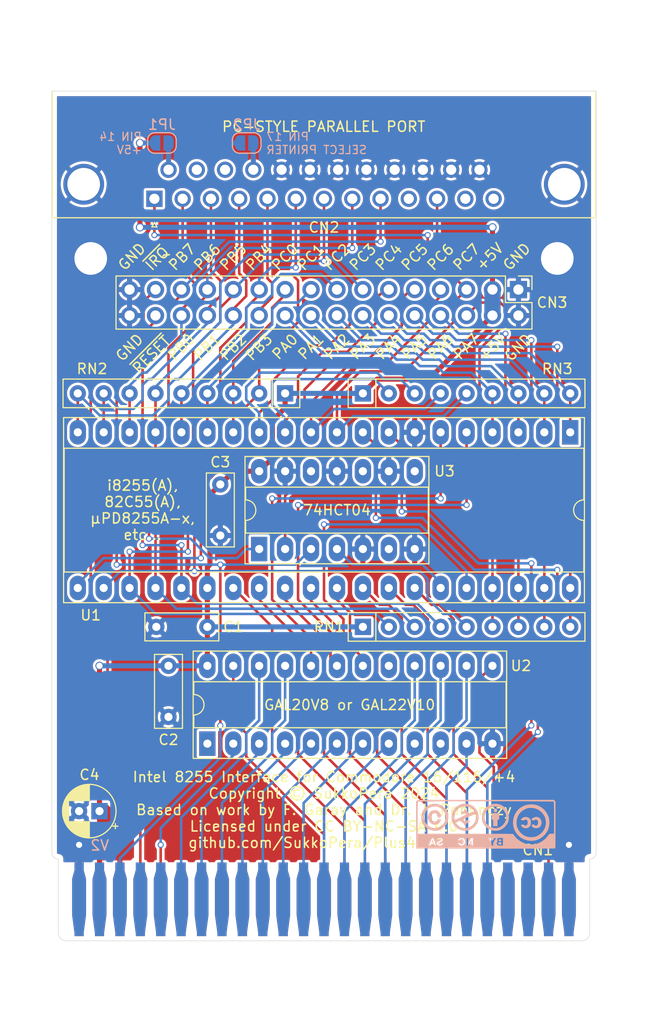
<source format=kicad_pcb>
(kicad_pcb (version 20240108) (generator "pcbnew") (generator_version "8.0")
  (title_block (title "Intel 8255 Interface for the Commodore 16, 116 and Plus/4") (date "2024-08-08") (rev "2git") (company "SukkoPera") (comment 1 "Based on the article published in Rádiótechnika 1988/12 by Ferenc Garay and Dr. János Rohonczy") (comment 2 "http://plus4world.powweb.com/publications/Radiotechnika_1988_december") (comment 3 "Licensed under CC BY-NC-SA 4.0"))
  (layers (0 "F.Cu" signal) (31 "B.Cu" signal) (36 "B.SilkS" user "B.Silkscreen") (37 "F.SilkS" user "F.Silkscreen") (38 "B.Mask" user) (39 "F.Mask" user) (44 "Edge.Cuts" user))
  (net 0 "")
  (net 1 "+5V")
  (net 2 "GND")
  (net 4 "/a0")
  (net 5 "/a4")
  (net 6 "/a11")
  (net 7 "/a12")
  (net 8 "/r_~{w}")
  (net 11 "/a1")
  (net 15 "/a9")
  (net 16 "/d4")
  (net 18 "/a13")
  (net 19 "/a6")
  (net 20 "/d5")
  (net 22 "/d7")
  (net 25 "/a15")
  (net 26 "/~{irq}")
  (net 27 "/d2")
  (net 28 "/a2")
  (net 29 "/d0")
  (net 30 "/a5")
  (net 31 "/a14")
  (net 32 "/a7")
  (net 34 "/a3")
  (net 35 "/d3")
  (net 37 "/~{reset}")
  (net 38 "/a8")
  (net 39 "/d6")
  (net 40 "/d1")
  (net 43 "/a10")
  (net 44 "/phi2")
  (net 46 "/pb4")
  (net 47 "/pa2")
  (net 48 "/pa4")
  (net 49 "/pb1")
  (net 50 "/pb0")
  (net 51 "/pa0")
  (net 52 "/pb5")
  (net 53 "/pa6")
  (net 54 "/pa1")
  (net 55 "/pb2")
  (net 56 "/pb6")
  (net 57 "/pa5")
  (net 58 "/pb7")
  (net 59 "/pa3")
  (net 60 "/pb3")
  (net 61 "/pa7")
  (net 62 "/ba")
  (net 63 "/pc0")
  (net 64 "/pc4")
  (net 65 "/pc6")
  (net 66 "/pc3")
  (net 67 "/pc2")
  (net 68 "/pc7")
  (net 69 "/pc5")
  (net 70 "/pc1")
  (net 71 "/~{rd8255}")
  (net 72 "/~{wr8255}")
  (net 73 "/~{cs8255}")
  (net 74 "/reset")
  (net 76 "/~{strobe}")
  (net 77 "Net-(CN2-P14)")
  (net 80 "Net-(CN2-P17)")
  (footprint "Resistor_THT:R_Array_SIP9" (layer "F.Cu") (at 149.86 105.918)
    (property "Reference" "RN1")
    (property "Value" "10k")
  )
  (footprint "MountingHole:MountingHole_3.2mm_M3_Pad" (layer "F.Cu") (at 168.91 69.85)
    (property "Reference" "H2" (hide yes))
    (property "Value" "SCREW HOLE")
  )
  (footprint "Package_DIP:DIP-40_W15.24mm_Socket_LongPads" (layer "F.Cu") (at 170.18 86.868 -90)
    (property "Reference" "U1")
    (property "Value" "8255")
  )
  (footprint "Connector_Dsub:DSUB-25_Female_Horizontal_P2.77x2.84mm_EdgePinOffset7.70mm_Housed_MountingHolesOffset9.12mm" (layer "F.Cu") (at 129.43 64.008 180)
    (property "Reference" "CN2")
    (property "Value" "PC_PARALLEL")
  )
  (footprint "Resistor_THT:R_Array_SIP9" (layer "F.Cu") (at 149.86 83.058)
    (property "Reference" "RN3")
    (property "Value" "10k")
  )
  (footprint "MountingHole:MountingHole_3.2mm_M3_Pad" (layer "F.Cu") (at 123.19 69.85)
    (property "Reference" "H1" (hide yes))
    (property "Value" "SCREW HOLE")
  )
  (footprint "Resistor_THT:R_Array_SIP9" (layer "F.Cu") (at 142.24 83.058 180)
    (property "Reference" "RN2")
    (property "Value" "10k")
  )
  (footprint "Package_DIP:DIP-14_W7.62mm_Socket_LongPads" (layer "F.Cu") (at 139.7 98.298 90)
    (property "Reference" "U3")
    (property "Value" "74HCT04")
  )
  (footprint "Package_DIP:DIP-24_W7.62mm_Socket_LongPads" (layer "F.Cu") (at 134.62 117.348 90)
    (property "Reference" "U2")
    (property "Value" "GAL20V8")
  )
  (footprint "Capacitor_THT:C_Disc_D7.0mm_W2.5mm_P5.00mm" (layer "F.Cu") (at 134.62 105.918 180)
    (property "Reference" "C1")
    (property "Value" "100n")
  )
  (footprint "Capacitor_THT:C_Disc_D7.0mm_W2.5mm_P5.00mm" (layer "F.Cu") (at 130.81 109.728 -90)
    (property "Reference" "C2")
    (property "Value" "100n")
  )
  (footprint "Plus4i8255:C16_Cart_Conn" (layer "F.Cu") (at 146.053 132.588)
    (property "Reference" "CN1")
    (property "Value" "EXPANSION_PORT" (hide yes))
  )
  (footprint "Connector_PinHeader_2.54mm:PinHeader_2x16_P2.54mm_Vertical" (layer "F.Cu") (at 165.1 72.898 -90)
    (property "Reference" "CN3")
    (property "Value" "PIN_HEADER_32PIN")
  )
  (footprint "Capacitor_THT:CP_Radial_D5.0mm_P2.00mm" (layer "F.Cu") (at 124.05 123.952 180)
    (property "Reference" "C4")
    (property "Value" "47u")
  )
  (footprint "Capacitor_THT:C_Disc_D7.0mm_W2.5mm_P5.00mm" (layer "F.Cu") (at 135.89 91.973 -90)
    (property "Reference" "C3")
    (property "Value" "100n")
  )
  (footprint "Plus4i8255:cc_by_nc_sa" (layer "B.Cu") (at 161.925 125.222 180)
    (property "Reference" "V0" (hide yes))
    (property "Value" "LICENSE" (hide yes))
  )
  (footprint "Jumper:SolderJumper-2_P1.3mm_Open_RoundedPad1.0x1.5mm" (layer "B.Cu") (at 130.165 58.547 180)
    (property "Reference" "JP1")
    (property "Value" "JMP_PARPWR")
  )
  (footprint "Jumper:SolderJumper-2_P1.3mm_Open_RoundedPad1.0x1.5mm" (layer "B.Cu") (at 138.475 58.547)
    (property "Reference" "JP2")
    (property "Value" "JMP_SELPRNT")
  )
  (gr_line (start 172.72 53.467) (end 172.72 128.016) (stroke (width 0.05)) (layer "Edge.Cuts"))
  (gr_arc (start 172.085 135.89) (mid 171.861815 136.428815) (end 171.323 136.652) (stroke (width 0.05)) (layer "Edge.Cuts"))
  (gr_line (start 120.015 135.89) (end 120.015 128.651) (stroke (width 0.05)) (layer "Edge.Cuts"))
  (gr_arc (start 172.72 128.016) (mid 172.534013 128.465013) (end 172.085 128.651) (stroke (width 0.05)) (layer "Edge.Cuts"))
  (gr_arc (start 120.015 128.651) (mid 119.565987 128.465013) (end 119.38 128.016) (stroke (width 0.05)) (layer "Edge.Cuts"))
  (gr_line (start 172.72 53.467) (end 119.38 53.467) (stroke (width 0.05)) (layer "Edge.Cuts"))
  (gr_line (start 172.085 135.89) (end 172.085 128.651) (stroke (width 0.05)) (layer "Edge.Cuts"))
  (gr_line (start 171.323 136.652) (end 120.777 136.652) (stroke (width 0.05)) (layer "Edge.Cuts"))
  (gr_arc (start 120.777 136.652) (mid 120.238185 136.428815) (end 120.015 135.89) (stroke (width 0.05)) (layer "Edge.Cuts"))
  (gr_line (start 119.38 128.016) (end 119.38 53.467) (stroke (width 0.05)) (layer "Edge.Cuts"))
  (gr_text "PIN 14\n+5V" (at 128.27 59.69 0) (layer "B.SilkS") (effects (font (size 0.8 0.8) (thickness 0.12)) (justify left bottom mirror)))
  (gr_text "V2" (at 125.079762 127.889 0) (layer "B.SilkS") (effects (font (size 1 1)) (justify left bottom mirror)))
  (gr_text "PIN 17\nSELECT PRINTER" (at 140.335 59.69 0) (layer "B.SilkS") (effects (font (size 0.8 0.8) (thickness 0.12)) (justify right bottom mirror)))
  (gr_text "PB2" (at 136.453289 80.069656 45) (layer "F.SilkS") (effects (font (size 1 1)) (justify left bottom)))
  (gr_text "PC0" (at 141.533289 71.247 45) (layer "F.SilkS") (effects (font (size 1 1)) (justify left bottom)))
  (gr_text "+5V" (at 161.544 71.247 45) (layer "F.SilkS") (effects (font (size 1 1)) (justify left bottom)))
  (gr_text "GND" (at 164.359617 80.137 45) (layer "F.SilkS") (effects (font (size 1 1)) (justify left bottom)))
  (gr_text "PA0" (at 141.583797 79.968641 45) (layer "F.SilkS") (effects (font (size 1 1)) (justify left bottom)))
  (gr_text "PA6" (at 156.823797 79.968641 45) (layer "F.SilkS") (effects (font (size 1 1)) (justify left bottom)))
  (gr_text "PC1" (at 144.073289 71.247 45) (layer "F.SilkS") (effects (font (size 1 1)) (justify left bottom)))
  (gr_text "PC7" (at 159.313289 71.247 45) (layer "F.SilkS") (effects (font (size 1 1)) (justify left bottom)))
  (gr_text "PC4" (at 151.693289 71.247 45) (layer "F.SilkS") (effects (font (size 1 1)) (justify left bottom)))
  (gr_text "PA1" (at 144.123797 79.968641 45) (layer "F.SilkS") (effects (font (size 1 1)) (justify left bottom)))
  (gr_text "PA7" (at 159.363797 79.968641 45) (layer "F.SilkS") (effects (font (size 1 1)) (justify left bottom)))
  (gr_text "PC-STYLE PARALLEL PORT" (at 135.972618 57.53175 0) (layer "F.SilkS") (effects (font (size 1 1)) (justify left bottom)))
  (gr_text "PA2" (at 146.663797 79.968641 45) (layer "F.SilkS") (effects (font (size 1 1)) (justify left bottom)))
  (gr_text "GAL20V8 or GAL22V10" (at 140.084047 114.13975 0) (layer "F.SilkS") (effects (font (size 1 1)) (justify left bottom)))
  (gr_text "PB5" (at 136.453289 71.247 45) (layer "F.SilkS") (effects (font (size 1 1)) (justify left bottom)))
  (gr_text "PB3" (at 138.993289 80.069656 45) (layer "F.SilkS") (effects (font (size 1 1)) (justify left bottom)))
  (gr_text "GND" (at 164.211 71.247 45) (layer "F.SilkS") (effects (font (size 1 1)) (justify left bottom)))
  (gr_text "PB7" (at 131.445 71.247 45) (layer "F.SilkS") (effects (font (size 1 1)) (justify left bottom)))
  (gr_text "GND" (at 126.492 71.247 45) (layer "F.SilkS") (effects (font (size 1 1)) (justify left bottom)))
  (gr_text "~{IRQ}" (at 129.159 71.247 45) (layer "F.SilkS") (effects (font (size 1 1)) (justify left bottom)))
  (gr_text "~{RESET}" (at 127.889 81.351708 45) (layer "F.SilkS") (effects (font (size 1 1)) (justify left bottom)))
  (gr_text "PB1" (at 133.913289 80.069656 45) (layer "F.SilkS") (effects (font (size 1 1)) (justify left bottom)))
  (gr_text "PB4" (at 138.993289 71.247 45) (layer "F.SilkS") (effects (font (size 1 1)) (justify left bottom)))
  (gr_text "+5V" (at 161.819617 80.137 45) (layer "F.SilkS") (effects (font (size 1 1)) (justify left bottom)))
  (gr_text "PA5" (at 154.283797 79.968641 45) (layer "F.SilkS") (effects (font (size 1 1)) (justify left bottom)))
  (gr_text "PB6" (at 133.913289 71.247 45) (layer "F.SilkS") (effects (font (size 1 1)) (justify left bottom)))
  (gr_text "PA3" (at 149.203797 79.968641 45) (layer "F.SilkS") (effects (font (size 1 1)) (justify left bottom)))
  (gr_text "PB0" (at 131.373289 80.069656 45) (layer "F.SilkS") (effects (font (size 1 1)) (justify left bottom)))
  (gr_text "GND" (at 126.259617 80.137 45) (layer "F.SilkS") (effects (font (size 1 1)) (justify left bottom)))
  (gr_text "PC6" (at 156.773289 71.247 45) (layer "F.SilkS") (effects (font (size 1 1)) (justify left bottom)))
  (gr_text "i8255(A),\n82C55(A),\nμPD8255A-x,\netc..." (at 128.27 97.489666 0) (layer "F.SilkS") (effects (font (size 1 1)) (justify bottom)))
  (gr_text "PC5" (at 154.233289 71.247 45) (layer "F.SilkS") (effects (font (size 1 1)) (justify left bottom)))
  (gr_text "PA4" (at 151.743797 79.968641 45) (layer "F.SilkS") (effects (font (size 1 1)) (justify left bottom)))
  (gr_text "PC2" (at 146.613289 71.247 45) (layer "F.SilkS") (effects (font (size 1 1)) (justify left bottom)))
  (gr_text "Intel 8255 Interface for Commodore 16/116/+4\nCopyright © SukkoPera 2024\nBased on work by F. Garay and Dr. J. Rohonczy\nLicensed under CC BY-NC-SA 4.0\ngithub.com/SukkoPera/Plus4i8255" (at 146.05 127.635 0) (layer "F.SilkS") (effects (font (size 1 1)) (justify bottom)))
  (gr_text "PC3" (at 149.153289 71.247 45) (layer "F.SilkS") (effects (font (size 1 1)) (justify left bottom)))
  (segment (start 134.62 102.108) (end 134.62 100.076) (width 0.5) (layer "F.Cu") (net 1))
  (segment (start 140.99 85.725) (end 140.99 89.388) (width 0.5) (layer "F.Cu") (net 1))
  (segment (start 137.185 90.678) (end 135.89 91.973) (width 0.5) (layer "F.Cu") (net 1))
  (segment (start 139.7 90.678) (end 137.185 90.678) (width 0.5) (layer "F.Cu") (net 1))
  (segment (start 151.257 81.661) (end 156.337 81.661) (width 0.5) (layer "F.Cu") (net 1))
  (segment (start 126.053 132.588) (end 126.053 125.955) (width 0.5) (layer "F.Cu") (net 1))
  (segment (start 142.24 84.475) (end 140.99 85.725) (width 0.5) (layer "F.Cu") (net 1))
  (segment (start 128.016 58.547) (end 128.016 66.802) (width 0.5) (layer "F.Cu") (net 1))
  (segment (start 124.053 132.588) (end 124.053 123.955) (width 0.5) (layer "F.Cu") (net 1))
  (segment (start 156.337 81.661) (end 162.56 75.438) (width 0.5) (layer "F.Cu") (net 1))
  (segment (start 142.24 83.058) (end 142.24 84.475) (width 0.5) (layer "F.Cu") (net 1))
  (segment (start 134.62 105.918) (end 134.62 102.108) (width 0.5) (layer "F.Cu") (net 1))
  (segment (start 149.86 83.058) (end 151.257 81.661) (width 0.5) (layer "F.Cu") (net 1))
  (segment (start 124.05 123.952) (end 124.05 109.728) (width 0.5) (layer "F.Cu") (net 1))
  (segment (start 134.62 100.076) (end 134.874 99.822) (width 0.5) (layer "F.Cu") (net 1))
  (segment (start 134.62 105.918) (end 134.62 109.728) (width 0.5) (layer "F.Cu") (net 1))
  (segment (start 134.62 93.243) (end 135.89 91.973) (width 0.5) (layer "F.Cu") (net 1))
  (segment (start 162.56 66.802) (end 162.56 72.898) (width 0.5) (layer "F.Cu") (net 1))
  (segment (start 140.99 89.388) (end 139.7 90.678) (width 0.5) (layer "F.Cu") (net 1))
  (segment (start 126.053 125.955) (end 124.05 123.952) (width 0.5) (layer "F.Cu") (net 1))
  (segment (start 134.874 98.1964) (end 134.62 97.9424) (width 0.5) (layer "F.Cu") (net 1))
  (segment (start 134.874 99.822) (end 134.874 98.1964) (width 0.5) (layer "F.Cu") (net 1))
  (segment (start 134.62 97.9424) (end 134.62 93.243) (width 0.5) (layer "F.Cu") (net 1))
  (via (at 124.05 109.728) (size 0.8) (drill 0.6) (layers "F.Cu" "B.Cu") (net 1))
  (via (at 162.56 66.802) (size 0.8) (drill 0.6) (layers "F.Cu" "B.Cu") (net 1))
  (via (at 128.016 66.802) (size 0.8) (drill 0.6) (layers "F.Cu" "B.Cu") (net 1))
  (via (at 128.016 58.547) (size 0.8) (drill 0.6) (layers "F.Cu" "B.Cu") (net 1))
  (segment (start 149.86 83.058) (end 142.24 83.058) (width 0.5) (layer "B.Cu") (net 1))
  (segment (start 134.62 105.918) (end 149.86 105.918) (width 0.5) (layer "B.Cu") (net 1))
  (segment (start 129.515 58.547) (end 128.016 58.547) (width 0.5) (layer "B.Cu") (net 1))
  (segment (start 131.191 109.728) (end 123.952 109.728) (width 0.5) (layer "B.Cu") (net 1))
  (segment (start 162.56 75.438) (end 162.56 72.898) (width 1.6) (layer "B.Cu") (net 1))
  (segment (start 128.016 66.802) (end 162.56 66.802) (width 0.5) (layer "B.Cu") (net 1))
  (segment (start 130.81 109.728) (end 134.62 109.728) (width 0.5) (layer "B.Cu") (net 1))
  (segment (start 170.053 132.588) (end 170.053 127.257) (width 0.5) (layer "F.Cu") (net 2))
  (segment (start 122.053 132.588) (end 122.053 127.257) (width 0.5) (layer "F.Cu") (net 2))
  (via (at 122.05 127.254) (size 0.8) (drill 0.6) (layers "F.Cu" "B.Cu") (net 2))
  (via (at 170.05 127.254) (size 0.8) (drill 0.6) (layers "F.Cu" "B.Cu") (net 2))
  (segment (start 137.825 58.547) (end 136.398 58.547) (width 0.5) (layer "B.Cu") (net 2))
  (segment (start 170.053 132.588) (end 170.053 127.257) (width 0.5) (layer "B.Cu") (net 2))
  (segment (start 122.053 132.588) (end 122.053 127.257) (width 0.5) (layer "B.Cu") (net 2))
  (segment (start 122.053 127.26) (end 122.047 127.254) (width 0.5) (layer "B.Cu") (net 2))
  (segment (start 167.005 116.205) (end 167.005 108.458) (width 0.25) (layer "F.Cu") (net 4))
  (segment (start 149.86 86.868) (end 151.129998 88.137998) (width 0.25) (layer "F.Cu") (net 4))
  (segment (start 168.91 106.553) (end 168.91 100.33) (width 0.25) (layer "F.Cu") (net 4))
  (segment (start 167.005 108.458) (end 168.91 106.553) (width 0.25) (layer "F.Cu") (net 4))
  (segment (start 151.129998 88.137998) (end 151.129998 95.25) (width 0.25) (layer "F.Cu") (net 4))
  (via (at 151.129998 95.25) (size 0.6) (drill 0.4) (layers "F.Cu" "B.Cu") (net 4))
  (via (at 168.91 100.33) (size 0.6) (drill 0.4) (layers "F.Cu" "B.Cu") (net 4))
  (via (at 167.005 116.205) (size 0.6) (drill 0.4) (layers "F.Cu" "B.Cu") (net 4))
  (segment (start 167.005 116.205) (end 162.053 121.157) (width 0.25) (layer "B.Cu") (net 4))
  (segment (start 168.91 100.33) (end 160.782 100.33) (width 0.25) (layer "B.Cu") (net 4))
  (segment (start 160.782 100.33) (end 155.702 95.25) (width 0.25) (layer "B.Cu") (net 4))
  (segment (start 155.702 95.25) (end 151.129998 95.25) (width 0.25) (layer "B.Cu") (net 4))
  (segment (start 162.053 121.157) (end 162.053 132.588) (width 0.25) (layer "B.Cu") (net 4))
  (segment (start 154.053 121.791) (end 157.48 118.364) (width 0.25) (layer "B.Cu") (net 5))
  (segment (start 154.053 132.588) (end 154.053 121.791) (width 0.25) (layer "B.Cu") (net 5))
  (segment (start 140.053 122.075) (end 144.78 117.348) (width 0.25) (layer "B.Cu") (net 6))
  (segment (start 140.053 132.588) (end 140.053 122.075) (width 0.25) (layer "B.Cu") (net 6))
  (segment (start 138.053 132.588) (end 138.053 122.424) (width 0.25) (layer "B.Cu") (net 7))
  (segment (start 138.053 122.424) (end 142.24 118.237) (width 0.25) (layer "B.Cu") (net 7))
  (segment (start 130.048 132.588) (end 130.048 127.259) (width 0.25) (layer "F.Cu") (net 8))
  (via (at 130.048 127.254) (size 0.6) (drill 0.4) (layers "F.Cu" "B.Cu") (net 8))
  (segment (start 130.048 125.603) (end 137.16 118.491) (width 0.25) (layer "B.Cu") (net 8))
  (segment (start 137.16 118.491) (end 137.16 117.458) (width 0.25) (layer "B.Cu") (net 8))
  (segment (start 130.048 127.254) (end 130.048 125.603) (width 0.25) (layer "B.Cu") (net 8))
  (segment (start 153.669996 88.137996) (end 153.669996 93.091) (width 0.25) (layer "F.Cu") (net 11))
  (segment (start 152.4 86.868) (end 153.669996 88.137996) (width 0.25) (layer "F.Cu") (net 11))
  (segment (start 153.67 93.091004) (end 153.669996 93.091) (width 0.25) (layer "F.Cu") (net 11))
  (segment (start 153.669996 93.091) (end 153.669996 93.345) (width 0.25) (layer "F.Cu") (net 11))
  (segment (start 153.67 94.615) (end 153.67 93.091004) (width 0.25) (layer "F.Cu") (net 11))
  (segment (start 166.37 99.695) (end 166.37 115.569996) (width 0.25) (layer "F.Cu") (net 11))
  (segment (start 166.37 115.569996) (end 166.369996 115.57) (width 0.25) (layer "F.Cu") (net 11))
  (via (at 166.37 99.695) (size 0.6) (drill 0.4) (layers "F.Cu" "B.Cu") (net 11))
  (via (at 153.67 94.615) (size 0.6) (drill 0.4) (layers "F.Cu" "B.Cu") (net 11))
  (via (at 166.369996 115.57) (size 0.6) (drill 0.4) (layers "F.Cu" "B.Cu") (net 11))
  (segment (start 156.083 94.615) (end 153.67 94.615) (width 0.25) (layer "B.Cu") (net 11))
  (segment (start 160.053 132.588) (end 160.053 121.886996) (width 0.25) (layer "B.Cu") (net 11))
  (segment (start 166.37 99.695) (end 161.163 99.695) (width 0.25) (layer "B.Cu") (net 11))
  (segment (start 156.972 95.504) (end 156.083 94.615) (width 0.25) (layer "B.Cu") (net 11))
  (segment (start 161.163 99.695) (end 156.972 95.504) (width 0.25) (layer "B.Cu") (net 11))
  (segment (start 160.053 121.886996) (end 166.369996 115.57) (width 0.25) (layer "B.Cu") (net 11))
  (segment (start 144.053 123.155) (end 149.86 117.348) (width 0.25) (layer "B.Cu") (net 15))
  (segment (start 144.053 132.588) (end 144.053 123.155) (width 0.25) (layer "B.Cu") (net 15))
  (segment (start 154.053 123.827) (end 154.053 132.588) (width 0.25) (layer "F.Cu") (net 16))
  (segment (start 147.32 105.918) (end 147.32 107.315) (width 0.25) (layer "F.Cu") (net 16))
  (segment (start 144.78 103.378) (end 147.32 105.918) (width 0.25) (layer "F.Cu") (net 16))
  (segment (start 148.59 118.364) (end 154.053 123.827) (width 0.25) (layer "F.Cu") (net 16))
  (segment (start 148.59 108.585) (end 148.59 118.364) (width 0.25) (layer "F.Cu") (net 16))
  (segment (start 144.78 102.997) (end 144.78 103.378) (width 0.25) (layer "F.Cu") (net 16))
  (segment (start 147.32 107.315) (end 148.59 108.585) (width 0.25) (layer "F.Cu") (net 16))
  (segment (start 136.053 123.154) (end 140.97 118.237) (width 0.25) (layer "B.Cu") (net 18))
  (segment (start 142.24 115.062) (end 140.97 116.332) (width 0.25) (layer "B.Cu") (net 18))
  (segment (start 142.24 109.728) (end 142.24 115.062) (width 0.25) (layer "B.Cu") (net 18))
  (segment (start 140.97 118.237) (end 140.97 116.332) (width 0.25) (layer "B.Cu") (net 18))
  (segment (start 136.053 132.588) (end 136.053 123.154) (width 0.25) (layer "B.Cu") (net 18))
  (segment (start 150.053 132.588) (end 150.053 123.251) (width 0.25) (layer "B.Cu") (net 19))
  (segment (start 150.053 123.251) (end 154.94 118.364) (width 0.25) (layer "B.Cu") (net 19))
  (segment (start 152.053 132.588) (end 152.053 124.367) (width 0.25) (layer "F.Cu") (net 20))
  (segment (start 152.053 124.367) (end 146.05 118.364) (width 0.25) (layer "F.Cu") (net 20))
  (segment (start 146.05 118.364) (end 146.05 107.061) (width 0.25) (layer "F.Cu") (net 20))
  (segment (start 142.24 103.251) (end 142.24 102.108) (width 0.25) (layer "F.Cu") (net 20))
  (segment (start 146.05 107.061) (end 142.24 103.251) (width 0.25) (layer "F.Cu") (net 20))
  (segment (start 148.053 125.447) (end 140.97 118.364) (width 0.25) (layer "F.Cu") (net 22))
  (segment (start 140.97 118.364) (end 140.97 105.918) (width 0.25) (layer "F.Cu") (net 22))
  (segment (start 148.053 132.588) (end 148.053 125.447) (width 0.25) (layer "F.Cu") (net 22))
  (segment (start 140.97 105.918) (end 137.16 102.108) (width 0.25) (layer "F.Cu") (net 22))
  (segment (start 132.053 132.588) (end 132.053 124.58225) (width 0.25) (layer "B.Cu") (net 25))
  (segment (start 132.053 124.58225) (end 138.43 118.20525) (width 0.25) (layer "B.Cu") (net 25))
  (segment (start 138.43 118.20525) (end 138.43 116.332) (width 0.25) (layer "B.Cu") (net 25))
  (segment (start 139.7 115.062) (end 138.43 116.332) (width 0.25) (layer "B.Cu") (net 25))
  (segment (start 139.7 109.728) (end 139.7 115.062) (width 0.25) (layer "B.Cu") (net 25))
  (segment (start 123.19 103.251) (end 123.19 81.153) (width 0.25) (layer "F.Cu") (net 26))
  (segment (start 124.841 104.902) (end 123.19 103.251) (width 0.25) (layer "F.Cu") (net 26))
  (segment (start 128.365 74.073) (end 129.54 72.898) (width 0.25) (layer "F.Cu") (net 26))
  (segment (start 124.841 122.428) (end 124.841 104.902) (width 0.25) (layer "F.Cu") (net 26))
  (segment (start 123.19 81.153) (end 128.365 75.978) (width 0.25) (layer "F.Cu") (net 26))
  (segment (start 128.053 125.64) (end 124.841 122.428) (width 0.25) (layer "F.Cu") (net 26))
  (segment (start 128.053 132.588) (end 128.053 125.64) (width 0.25) (layer "F.Cu") (net 26))
  (segment (start 128.365 75.978) (end 128.365 74.073) (width 0.25) (layer "F.Cu") (net 26))
  (segment (start 153.67 105.029) (end 152.4 103.759) (width 0.25) (layer "F.Cu") (net 27))
  (segment (start 158.053 122.747) (end 153.67 118.364) (width 0.25) (layer "F.Cu") (net 27))
  (segment (start 151.511 103.759) (end 149.86 102.108) (width 0.25) (layer "F.Cu") (net 27))
  (segment (start 151.511 103.759) (end 152.4 103.759) (width 0.25) (layer "F.Cu") (net 27))
  (segment (start 153.67 118.364) (end 153.67 105.029) (width 0.25) (layer "F.Cu") (net 27))
  (segment (start 158.053 132.588) (end 158.053 122.747) (width 0.25) (layer "F.Cu") (net 27))
  (segment (start 158.053 132.588) (end 158.053 121.474) (width 0.25) (layer "B.Cu") (net 28))
  (segment (start 158.053 121.474) (end 160.02 119.507) (width 0.25) (layer "B.Cu") (net 28))
  (segment (start 160.02 119.507) (end 160.02 117.348) (width 0.25) (layer "B.Cu") (net 28))
  (segment (start 158.75 105.156) (end 157.353 103.759) (width 0.25) (layer "F.Cu") (net 29))
  (segment (start 157.353 103.759) (end 156.591 103.759) (width 0.25) (layer "F.Cu") (net 29))
  (segment (start 158.75 118.364) (end 158.75 105.156) (width 0.25) (layer "F.Cu") (net 29))
  (segment (start 156.591 103.759) (end 154.94 102.108) (width 0.25) (layer "F.Cu") (net 29))
  (segment (start 162.053 121.667) (end 158.75 118.364) (width 0.25) (layer "F.Cu") (net 29))
  (segment (start 162.053 132.588) (end 162.053 121.667) (width 0.25) (layer "F.Cu") (net 29))
  (segment (start 152.053 122.521) (end 152.053 132.588) (width 0.25) (layer "B.Cu") (net 30))
  (segment (start 156.21 118.364) (end 152.053 122.521) (width 0.25) (layer "B.Cu") (net 30))
  (segment (start 157.48 115.062) (end 156.21 116.332) (width 0.25) (layer "B.Cu") (net 30))
  (segment (start 157.48 109.728) (end 157.48 115.062) (width 0.25) (layer "B.Cu") (net 30))
  (segment (start 156.21 116.332) (end 156.21 118.364) (width 0.25) (layer "B.Cu") (net 30))
  (segment (start 134.053 132.588) (end 134.053 123.884) (width 0.25) (layer "B.Cu") (net 31))
  (segment (start 134.053 123.884) (end 139.7 118.237) (width 0.25) (layer "B.Cu") (net 31))
  (segment (start 154.94 115.062) (end 154.94 109.728) (width 0.25) (layer "B.Cu") (net 32))
  (segment (start 153.67 116.332) (end 154.94 115.062) (width 0.25) (layer "B.Cu") (net 32))
  (segment (start 153.67 118.364) (end 153.67 116.332) (width 0.25) (layer "B.Cu") (net 32))
  (segment (start 148.053 123.981) (end 153.67 118.364) (width 0.25) (layer "B.Cu") (net 32))
  (segment (start 148.053 132.588) (end 148.053 123.981) (width 0.25) (layer "B.Cu") (net 32))
  (segment (start 156.053 121.040495) (end 158.75 118.343495) (width 0.25) (layer "B.Cu") (net 34))
  (segment (start 158.75 118.343495) (end 158.75 116.332) (width 0.25) (layer "B.Cu") (net 34))
  (segment (start 156.053 132.588) (end 156.053 121.040495) (width 0.25) (layer "B.Cu") (net 34))
  (segment (start 160.02 115.062) (end 158.75 116.332) (width 0.25) (layer "B.Cu") (net 34))
  (segment (start 160.02 109.728) (end 160.02 115.062) (width 0.25) (layer "B.Cu") (net 34))
  (segment (start 151.257 108.839) (end 151.257 118.491) (width 0.25) (layer "F.Cu") (net 35))
  (segment (start 151.257 118.491) (end 156.053 123.287) (width 0.25) (layer "F.Cu") (net 35))
  (segment (start 148.59 106.8525) (end 149.4335 107.696) (width 0.25) (layer "F.Cu") (net 35))
  (segment (start 156.053 123.287) (end 156.053 132.588) (width 0.25) (layer "F.Cu") (net 35))
  (segment (start 147.32 102.108) (end 147.32 103.251) (width 0.25) (layer "F.Cu") (net 35))
  (segment (start 149.4335 107.696) (end 150.114 107.696) (width 0.25) (layer "F.Cu") (net 35))
  (segment (start 147.32 103.251) (end 148.59 104.521) (width 0.25) (layer "F.Cu") (net 35))
  (segment (start 148.59 104.521) (end 148.59 106.8525) (width 0.25) (layer "F.Cu") (net 35))
  (segment (start 150.114 107.696) (end 151.257 108.839) (width 0.25) (layer "F.Cu") (net 35))
  (segment (start 125.73 99.822) (end 125.73 79.756) (width 0.25) (layer "F.Cu") (net 37))
  (segment (start 125.73 79.756) (end 129.54 75.946) (width 0.25) (layer "F.Cu") (net 37))
  (segment (start 135.891 115.569) (end 135.89 115.57) (width 0.25) (layer "F.Cu") (net 37))
  (segment (start 135.891 99.823) (end 135.891 115.569) (width 0.25) (layer "F.Cu") (net 37))
  (via (at 135.891 99.823) (size 0.6) (drill 0.4) (layers "F.Cu" "B.Cu") (net 37))
  (via (at 125.73 99.822) (size 0.6) (drill 0.4) (layers "F.Cu" "B.Cu") (net 37))
  (via (at 135.89 115.57) (size 0.6) (drill 0.4) (layers "F.Cu" "B.Cu") (net 37))
  (segment (start 135.89 99.822) (end 135.891 99.823) (width 0.25) (layer "B.Cu") (net 37))
  (segment (start 136.144 99.823) (end 135.891 99.823) (width 0.25) (layer "B.Cu") (net 37))
  (segment (start 135.89 118.728) (end 135.89 115.57) (width 0.25) (layer "B.Cu") (net 37))
  (segment (start 125.73 99.822) (end 135.89 99.822) (width 0.25) (layer "B.Cu") (net 37))
  (segment (start 143.255 99.823) (end 136.144 99.823) (width 0.25) (layer "B.Cu") (net 37))
  (segment (start 144.78 98.298) (end 143.255 99.823) (width 0.25) (layer "B.Cu") (net 37))
  (segment (start 126.053 128.565) (end 135.89 118.728) (width 0.25) (layer "B.Cu") (net 37))
  (segment (start 126.053 132.588) (end 126.053 128.565) (width 0.25) (layer "B.Cu") (net 37))
  (segment (start 152.4 117.348) (end 146.053 123.695) (width 0.25) (layer "B.Cu") (net 38))
  (segment (start 146.053 123.695) (end 146.053 132.588) (width 0.25) (layer "B.Cu") (net 38))
  (segment (start 143.51 118.364) (end 143.51 107.061) (width 0.25) (layer "F.Cu") (net 39))
  (segment (start 139.7 103.251) (end 139.7 102.108) (width 0.25) (layer "F.Cu") (net 39))
  (segment (start 150.053 124.907) (end 143.51 118.364) (width 0.25) (layer "F.Cu") (net 39))
  (segment (start 150.053 132.588) (end 150.053 124.907) (width 0.25) (layer "F.Cu") (net 39))
  (segment (start 143.51 107.061) (end 139.7 103.251) (width 0.25) (layer "F.Cu") (net 39))
  (segment (start 154.051 103.759) (end 152.4 102.108) (width 0.25) (layer "F.Cu") (net 40))
  (segment (start 156.21 118.364) (end 156.21 105.156) (width 0.25) (layer "F.Cu") (net 40))
  (segment (start 160.053 132.588) (end 160.053 122.207) (width 0.25) (layer "F.Cu") (net 40))
  (segment (start 156.21 105.156) (end 154.813 103.759) (width 0.25) (layer "F.Cu") (net 40))
  (segment (start 160.053 122.207) (end 156.21 118.364) (width 0.25) (layer "F.Cu") (net 40))
  (segment (start 154.813 103.759) (end 154.051 103.759) (width 0.25) (layer "F.Cu") (net 40))
  (segment (start 142.053 132.588) (end 142.053 122.615) (width 0.25) (layer "B.Cu") (net 43))
  (segment (start 142.053 122.615) (end 147.32 117.348) (width 0.25) (layer "B.Cu") (net 43))
  (segment (start 168.053 132.588) (end 168.053 128.524) (width 0.25) (layer "F.Cu") (net 44))
  (segment (start 168.053 128.524) (end 167.545 128.016) (width 0.25) (layer "F.Cu") (net 44))
  (segment (start 161.29 110.998) (end 162.56 109.728) (width 0.25) (layer "F.Cu") (net 44))
  (segment (start 167.545 128.016) (end 163.703 128.016) (width 0.25) (layer "F.Cu") (net 44))
  (segment (start 161.29 118.237) (end 161.29 110.998) (width 0.25) (layer "F.Cu") (net 44))
  (segment (start 162.687 127) (end 162.687 119.634) (width 0.25) (layer "F.Cu") (net 44))
  (segment (start 163.703 128.016) (end 162.687 127) (width 0.25) (layer "F.Cu") (net 44))
  (segment (start 162.687 119.634) (end 161.29 118.237) (width 0.25) (layer "F.Cu") (net 44))
  (segment (start 135.89 87.884) (end 135.89 78.613) (width 0.25) (layer "F.Cu") (net 46))
  (segment (start 138.43 76.073) (end 138.43 74.676) (width 0.25) (layer "F.Cu") (net 46))
  (segment (start 133.35 100.457) (end 133.35 90.424) (width 0.25) (layer "F.Cu") (net 46))
  (segment (start 143.28 70.739) (end 143.28 64.008) (width 0.25) (layer "F.Cu") (net 46))
  (segment (start 138.43 74.676) (end 139.7 73.406) (width 0.25) (layer "F.Cu") (net 46))
  (segment (start 133.35 90.424) (end 135.89 87.884) (width 0.25) (layer "F.Cu") (net 46))
  (segment (start 135.89 78.613) (end 138.43 76.073) (width 0.25) (layer "F.Cu") (net 46))
  (via (at 133.35 100.457) (size 0.6) (drill 0.4) (layers "F.Cu" "B.Cu") (net 46))
  (via (at 143.28 70.739) (size 0.6) (drill 0.4) (layers "F.Cu" "B.Cu") (net 46))
  (segment (start 139.7 72.898) (end 139.7 71.882) (width 0.25) (layer "B.Cu") (net 46))
  (segment (start 139.7 71.882) (end 140.843 70.739) (width 0.25) (layer "B.Cu") (net 46))
  (segment (start 158.75 104.648) (end 160.02 105.918) (width 0.25) (layer "B.Cu") (net 46))
  (segment (start 156.21 101.219) (end 156.21 103.124) (width 0.25) (layer "B.Cu") (net 46))
  (segment (start 126.111 100.457) (end 124.46 102.108) (width 0.25) (layer "B.Cu") (net 46))
  (segment (start 155.448 100.457) (end 156.21 101.219) (width 0.25) (layer "B.Cu") (net 46))
  (segment (start 133.35 100.457) (end 126.111 100.457) (width 0.25) (layer "B.Cu") (net 46))
  (segment (start 156.21 103.124) (end 157.734 104.648) (width 0.25) (layer "B.Cu") (net 46))
  (segment (start 157.734 104.648) (end 158.75 104.648) (width 0.25) (layer "B.Cu") (net 46))
  (segment (start 140.843 70.739) (end 143.28 70.739) (width 0.25) (layer "B.Cu") (net 46))
  (segment (start 133.35 100.457) (end 155.448 100.457) (width 0.25) (layer "B.Cu") (net 46))
  (segment (start 167.64 86.868) (end 167.64 83.058) (width 0.25) (layer "F.Cu") (net 47))
  (segment (start 157.607 79.121) (end 155.956 79.121) (width 0.25) (layer "B.Cu") (net 47))
  (segment (start 155.956 79.121) (end 155.321 78.486) (width 0.25) (layer "B.Cu") (net 47))
  (segment (start 167.64 83.058) (end 164.338 79.756) (width 0.25) (layer "B.Cu") (net 47))
  (segment (start 153.67 78.486) (end 153.035 77.851) (width 0.25) (layer "B.Cu") (net 47))
  (segment (start 158.242 79.756) (end 157.607 79.121) (width 0.25) (layer "B.Cu") (net 47))
  (segment (start 155.321 78.486) (end 153.67 78.486) (width 0.25) (layer "B.Cu") (net 47))
  (segment (start 149.733 77.851) (end 147.32 75.438) (width 0.25) (layer "B.Cu") (net 47))
  (segment (start 153.035 77.851) (end 149.733 77.851) (width 0.25) (layer "B.Cu") (net 47))
  (segment (start 164.338 79.756) (end 158.242 79.756) (width 0.25) (layer "B.Cu") (net 47))
  (segment (start 170.18 89.662) (end 168.91 88.392) (width 0.25) (layer "F.Cu") (net 48))
  (segment (start 168.91 88.392) (end 168.91 78.486) (width 0.25) (layer "F.Cu") (net 48))
  (segment (start 170.18 102.108) (end 170.18 89.662) (width 0.25) (layer "F.Cu") (net 48))
  (segment (start 170.18 102.108) (end 170.18 105.918) (width 0.25) (layer "F.Cu") (net 48))
  (via (at 168.91 78.486) (size 0.6) (drill 0.4) (layers "F.Cu" "B.Cu") (net 48))
  (segment (start 156.464 77.851) (end 158.115 77.851) (width 0.25) (layer "B.Cu") (net 48))
  (segment (start 158.75 78.486) (end 168.91 78.486) (width 0.25) (layer "B.Cu") (net 48))
  (segment (start 158.115 77.851) (end 158.75 78.486) (width 0.25) (layer "B.Cu") (net 48))
  (segment (start 155.829 77.216) (end 156.464 77.851) (width 0.25) (layer "B.Cu") (net 48))
  (segment (start 154.178 77.216) (end 155.829 77.216) (width 0.25) (layer "B.Cu") (net 48))
  (segment (start 152.4 75.438) (end 154.178 77.216) (width 0.25) (layer "B.Cu") (net 48))
  (segment (start 134.97 64.008) (end 134.97 71.089) (width 0.25) (layer "F.Cu") (net 49))
  (segment (start 124.46 86.868) (end 124.46 83.058) (width 0.25) (layer "F.Cu") (net 49))
  (segment (start 134.97 71.089) (end 135.89 72.009) (width 0.25) (layer "F.Cu") (net 49))
  (segment (start 135.89 73.533) (end 134.62 74.803) (width 0.25) (layer "F.Cu") (net 49))
  (segment (start 135.89 72.009) (end 135.89 73.533) (width 0.25) (layer "F.Cu") (net 49))
  (segment (start 129.159 81.661) (end 134.62 76.2) (width 0.25) (layer "B.Cu") (net 49))
  (segment (start 128.8415 81.661) (end 129.159 81.661) (width 0.25) (layer "B.Cu") (net 49))
  (segment (start 128.27 83.693) (end 128.27 82.2325) (width 0.25) (layer "B.Cu") (net 49))
  (segment (start 125.984 84.582) (end 127.381 84.582) (width 0.25) (layer "B.Cu") (net 49))
  (segment (start 124.46 83.058) (end 125.984 84.582) (width 0.25) (layer "B.Cu") (net 49))
  (segment (start 134.62 76.2) (end 134.62 75.438) (width 0.25) (layer "B.Cu") (net 49))
  (segment (start 128.27 82.2325) (end 128.8415 81.661) (width 0.25) (layer "B.Cu") (net 49))
  (segment (start 127.381 84.582) (end 128.27 83.693) (width 0.25) (layer "B.Cu") (net 49))
  (segment (start 133.35 73.60185) (end 132.08 74.87185) (width 0.25) (layer "F.Cu") (net 50))
  (segment (start 133.35 72.257649) (end 133.35 73.60185) (width 0.25) (layer "F.Cu") (net 50))
  (segment (start 132.2 64.008) (end 132.2 71.107649) (width 0.25) (layer "F.Cu") (net 50))
  (segment (start 132.2 71.107649) (end 133.35 72.257649) (width 0.25) (layer "F.Cu") (net 50))
  (segment (start 127 86.868) (end 127 83.058) (width 0.25) (layer "F.Cu") (net 50))
  (segment (start 128.27 81.026) (end 127 82.296) (width 0.25) (layer "B.Cu") (net 50))
  (segment (start 132.08 77.597) (end 128.651 81.026) (width 0.25) (layer "B.Cu") (net 50))
  (segment (start 132.08 75.438) (end 132.08 77.597) (width 0.25) (layer "B.Cu") (net 50))
  (segment (start 128.651 81.026) (end 128.27 81.026) (width 0.25) (layer "B.Cu") (net 50))
  (segment (start 162.56 86.868) (end 162.56 83.058) (width 0.25) (layer "F.Cu") (net 51))
  (segment (start 155.448 80.391) (end 154.813 79.756) (width 0.25) (layer "B.Cu") (net 51))
  (segment (start 145.923 79.121) (end 142.24 75.438) (width 0.25) (layer "B.Cu") (net 51))
  (segment (start 157.734 81.026) (end 157.099 80.391) (width 0.25) (layer "B.Cu") (net 51))
  (segment (start 162.56 83.058) (end 160.528 81.026) (width 0.25) (layer "B.Cu") (net 51))
  (segment (start 160.528 81.026) (end 157.734 81.026) (width 0.25) (layer "B.Cu") (net 51))
  (segment (start 154.813 79.756) (end 153.162 79.756) (width 0.25) (layer "B.Cu") (net 51))
  (segment (start 152.527 79.121) (end 145.923 79.121) (width 0.25) (layer "B.Cu") (net 51))
  (segment (start 157.099 80.391) (end 155.448 80.391) (width 0.25) (layer "B.Cu") (net 51))
  (segment (start 153.162 79.756) (end 152.527 79.121) (width 0.25) (layer "B.Cu") (net 51))
  (segment (start 133.223 88.138) (end 132.715 88.646) (width 0.25) (layer "F.Cu") (net 52))
  (segment (start 135.89 74.676) (end 135.89 76.073) (width 0.25) (layer "F.Cu") (net 52))
  (segment (start 135.89 76.073) (end 133.223 78.74) (width 0.25) (layer "F.Cu") (net 52))
  (segment (start 127 98.552) (end 127 102.108) (width 0.25) (layer "F.Cu") (net 52))
  (segment (start 137.16 73.406) (end 135.89 74.676) (width 0.25) (layer "F.Cu") (net 52))
  (segment (start 132.715 88.646) (end 132.715 98.552) (width 0.25) (layer "F.Cu") (net 52))
  (segment (start 133.223 78.74) (end 133.223 88.138) (width 0.25) (layer "F.Cu") (net 52))
  (segment (start 146.05 64.008) (end 146.05 70.104) (width 0.25) (layer "F.Cu") (net 52))
  (via (at 146.05 70.104) (size 0.6) (drill 0.4) (layers "F.Cu" "B.Cu") (net 52))
  (via (at 132.715 98.552) (size 0.6) (drill 0.4) (layers "F.Cu" "B.Cu") (net 52))
  (via (at 127 98.552) (size 0.6) (drill 0.4) (layers "F.Cu" "B.Cu") (net 52))
  (segment (start 127 98.552) (end 132.715 98.552) (width 0.25) (layer "B.Cu") (net 52))
  (segment (start 129.54 104.648) (end 151.13 104.648) (width 0.25) (layer "B.Cu") (net 52))
  (segment (start 151.13 104.648) (end 152.4 105.918) (width 0.25) (layer "B.Cu") (net 52))
  (segment (start 127 102.108) (end 129.54 104.648) (width 0.25) (layer "B.Cu") (net 52))
  (segment (start 139.954 70.104) (end 146.05 70.104) (width 0.25) (layer "B.Cu") (net 52))
  (segment (start 137.16 72.898) (end 139.954 70.104) (width 0.25) (layer "B.Cu") (net 52))
  (segment (start 163.83 88.138) (end 165.1 89.408) (width 0.25) (layer "F.Cu") (net 53))
  (segment (start 163.83 77.216) (end 163.83 88.138) (width 0.25) (layer "F.Cu") (net 53))
  (segment (start 165.1 102.108) (end 165.1 105.918) (width 0.25) (layer "F.Cu") (net 53))
  (segment (start 165.1 89.408) (end 165.1 102.108) (width 0.25) (layer "F.Cu") (net 53))
  (via (at 163.83 77.216) (size 0.6) (drill 0.4) (layers "F.Cu" "B.Cu") (net 53))
  (segment (start 159.258 77.216) (end 157.48 75.438) (width 0.25) (layer "B.Cu") (net 53))
  (segment (start 163.83 77.216) (end 159.258 77.216) (width 0.25) (layer "B.Cu") (net 53))
  (segment (start 165.1 86.868) (end 165.1 83.058) (width 0.25) (layer "F.Cu") (net 54))
  (segment (start 157.353 79.756) (end 155.702 79.756) (width 0.25) (layer "B.Cu") (net 54))
  (segment (start 162.433 80.391) (end 157.988 80.391) (width 0.25) (layer "B.Cu") (net 54))
  (segment (start 147.828 78.486) (end 144.78 75.438) (width 0.25) (layer "B.Cu") (net 54))
  (segment (start 155.702 79.756) (end 155.067 79.121) (width 0.25) (layer "B.Cu") (net 54))
  (segment (start 155.067 79.121) (end 153.416 79.121) (width 0.25) (layer "B.Cu") (net 54))
  (segment (start 157.988 80.391) (end 157.353 79.756) (width 0.25) (layer "B.Cu") (net 54))
  (segment (start 165.1 83.058) (end 162.433 80.391) (width 0.25) (layer "B.Cu") (net 54))
  (segment (start 153.416 79.121) (end 152.781 78.486) (width 0.25) (layer "B.Cu") (net 54))
  (segment (start 152.781 78.486) (end 147.828 78.486) (width 0.25) (layer "B.Cu") (net 54))
  (segment (start 138.43 73.533) (end 137.16 74.803) (width 0.25) (layer "F.Cu") (net 55))
  (segment (start 137.74 71.319) (end 138.43 72.009) (width 0.25) (layer "F.Cu") (net 55))
  (segment (start 137.74 64.008) (end 137.74 71.319) (width 0.25) (layer "F.Cu") (net 55))
  (segment (start 121.92 86.868) (end 121.92 83.058) (width 0.25) (layer "F.Cu") (net 55))
  (segment (start 138.43 72.009) (end 138.43 73.533) (width 0.25) (layer "F.Cu") (net 55))
  (segment (start 130.81 82.296) (end 131.445 81.661) (width 0.25) (layer "B.Cu") (net 55))
  (segment (start 131.445 81.661) (end 131.826 81.661) (width 0.25) (layer "B.Cu") (net 55))
  (segment (start 131.826 81.661) (end 137.16 76.327) (width 0.25) (layer "B.Cu") (net 55))
  (segment (start 130.81 83.693) (end 130.81 82.296) (width 0.25) (layer "B.Cu") (net 55))
  (segment (start 137.16 76.327) (end 137.16 75.438) (width 0.25) (layer "B.Cu") (net 55))
  (segment (start 129.286 85.217) (end 130.81 83.693) (width 0.25) (layer "B.Cu") (net 55))
  (segment (start 121.92 83.058) (end 124.079 85.217) (width 0.25) (layer "B.Cu") (net 55))
  (segment (start 124.079 85.217) (end 129.286 85.217) (width 0.25) (layer "B.Cu") (net 55))
  (segment (start 129.54 89.535) (end 130.81 88.265) (width 0.25) (layer "F.Cu") (net 56))
  (segment (start 130.81 78.613) (end 133.35 76.073) (width 0.25) (layer "F.Cu") (net 56))
  (segment (start 130.81 88.265) (end 130.81 78.613) (width 0.25) (layer "F.Cu") (net 56))
  (segment (start 148.82 64.008) (end 148.82 68.834) (width 0.25) (layer "F.Cu") (net 56))
  (segment (start 133.35 74.676) (end 134.62 73.406) (width 0.25) (layer "F.Cu") (net 56))
  (segment (start 133.35 76.073) (end 133.35 74.676) (width 0.25) (layer "F.Cu") (net 56))
  (segment (start 129.54 102.108) (end 129.54 89.535) (width 0.25) (layer "F.Cu") (net 56))
  (via (at 148.82 68.834) (size 0.6) (drill 0.4) (layers "F.Cu" "B.Cu") (net 56))
  (segment (start 134.62 71.755) (end 137.541 68.834) (width 0.25) (layer "B.Cu") (net 56))
  (segment (start 134.62 72.898) (end 134.62 71.755) (width 0.25) (layer "B.Cu") (net 56))
  (segment (start 153.162 104.14) (end 154.94 105.918) (width 0.25) (layer "B.Cu") (net 56))
  (segment (start 129.54 102.108) (end 131.572 104.14) (width 0.25) (layer "B.Cu") (net 56))
  (segment (start 131.572 104.14) (end 153.162 104.14) (width 0.25) (layer "B.Cu") (net 56))
  (segment (start 137.541 68.834) (end 148.844 68.834) (width 0.25) (layer "B.Cu") (net 56))
  (segment (start 167.64 89.789) (end 166.37 88.519) (width 0.25) (layer "F.Cu") (net 57))
  (segment (start 166.37 88.519) (end 166.37 77.851) (width 0.25) (layer "F.Cu") (net 57))
  (segment (start 167.64 102.108) (end 167.64 105.918) (width 0.25) (layer "F.Cu") (net 57))
  (segment (start 167.64 102.108) (end 167.64 89.789) (width 0.25) (layer "F.Cu") (net 57))
  (via (at 166.37 77.851) (size 0.6) (drill 0.4) (layers "F.Cu" "B.Cu") (net 57))
  (segment (start 156.718 77.216) (end 154.94 75.438) (width 0.25) (layer "B.Cu") (net 57))
  (segment (start 159.004 77.851) (end 158.369 77.216) (width 0.25) (layer "B.Cu") (net 57))
  (segment (start 158.369 77.216) (end 156.718 77.216) (width 0.25) (layer "B.Cu") (net 57))
  (segment (start 166.37 77.851) (end 159.004 77.851) (width 0.25) (layer "B.Cu") (net 57))
  (segment (start 130.81 74.676) (end 130.81 76.073) (width 0.25) (layer "F.Cu") (net 58))
  (segment (start 130.81 76.073) (end 128.27 78.613) (width 0.25) (layer "F.Cu") (net 58))
  (segment (start 132.08 73.406) (end 130.81 74.676) (width 0.25) (layer "F.Cu") (net 58))
  (segment (start 151.59 68.12) (end 151.59 64.008) (width 0.25) (layer "F.Cu") (net 58))
  (segment (start 132.08 97.917) (end 132.08 102.108) (width 0.25) (layer "F.Cu") (net 58))
  (segment (start 151.511 68.199) (end 151.59 68.12) (width 0.25) (layer "F.Cu") (net 58))
  (segment (start 128.27 78.613) (end 128.27 97.917) (width 0.25) (layer "F.Cu") (net 58))
  (via (at 132.08 97.917) (size 0.6) (drill 0.4) (layers "F.Cu" "B.Cu") (net 58))
  (via (at 128.27 97.917) (size 0.6) (drill 0.4) (layers "F.Cu" "B.Cu") (net 58))
  (via (at 151.59 68.199) (size 0.6) (drill 0.4) (layers "F.Cu" "B.Cu") (net 58))
  (segment (start 133.605 103.633) (end 132.08 102.108) (width 0.25) (layer "B.Cu") (net 58))
  (segment (start 154.179 103.633) (end 154.178 103.632) (width 0.25) (layer "B.Cu") (net 58))
  (segment (start 157.48 105.918) (end 155.195 103.633) (width 0.25) (layer "B.Cu") (net 58))
  (segment (start 151.501 68.209) (end 151.511 68.199) (width 0.25) (layer "B.Cu") (net 58))
  (segment (start 155.195 103.633) (end 154.179 103.633) (width 0.25) (layer "B.Cu") (net 58))
  (segment (start 154.178 103.632) (end 154.177 103.633) (width 0.25) (layer "B.Cu") (net 58))
  (segment (start 154.177 103.633) (end 133.605 103.633) (width 0.25) (layer "B.Cu") (net 58))
  (segment (start 128.27 97.917) (end 132.08 97.917) (width 0.25) (layer "B.Cu") (net 58))
  (segment (start 132.08 72.898) (end 136.769 68.209) (width 0.25) (layer "B.Cu") (net 58))
  (segment (start 136.769 68.209) (end 151.501 68.209) (width 0.25) (layer "B.Cu") (net 58))
  (segment (start 170.18 86.868) (end 170.18 83.058) (width 0.25) (layer "F.Cu") (net 59))
  (segment (start 153.289 77.216) (end 151.638 77.216) (width 0.25) (layer "B.Cu") (net 59))
  (segment (start 151.638 77.216) (end 149.86 75.438) (width 0.25) (layer "B.Cu") (net 59))
  (segment (start 155.575 77.851) (end 153.924 77.851) (width 0.25) (layer "B.Cu") (net 59))
  (segment (start 170.18 83.058) (end 166.243 79.121) (width 0.25) (layer "B.Cu") (net 59))
  (segment (start 153.924 77.851) (end 153.289 77.216) (width 0.25) (layer "B.Cu") (net 59))
  (segment (start 156.21 78.486) (end 155.575 77.851) (width 0.25) (layer "B.Cu") (net 59))
  (segment (start 158.496 79.121) (end 157.861 78.486) (width 0.25) (layer "B.Cu") (net 59))
  (segment (start 166.243 79.121) (end 158.496 79.121) (width 0.25) (layer "B.Cu") (net 59))
  (segment (start 157.861 78.486) (end 156.21 78.486) (width 0.25) (layer "B.Cu") (net 59))
  (segment (start 140.51 64.008) (end 140.51 71.803) (width 0.25) (layer "F.Cu") (net 60))
  (segment (start 139.7 83.058) (end 139.7 79.883) (width 0.25) (layer "F.Cu") (net 60))
  (segment (start 138.43 87.884) (end 138.43 84.328) (width 0.25) (layer "F.Cu") (net 60))
  (segment (start 143.51 76.073) (end 143.51 72.009) (width 0.25) (layer "F.Cu") (net 60))
  (segment (start 140.97 73.66) (end 139.7 74.93) (width 0.25) (layer "F.Cu") (net 60))
  (segment (start 141.859 71.374) (end 140.97 72.263) (width 0.25) (layer "F.Cu") (net 60))
  (segment (start 133.985 92.287009) (end 135.424009 90.848) (width 0.25) (layer "F.Cu") (net 60))
  (segment (start 133.985 99.187) (end 133.985 92.287009) (width 0.25) (layer "F.Cu") (net 60))
  (segment (start 135.466 90.848) (end 138.43 87.884) (width 0.25) (layer "F.Cu") (net 60))
  (segment (start 140.97 72.263) (end 140.97 73.66) (width 0.25) (layer "F.Cu") (net 60))
  (segment (start 135.424009 90.848) (end 135.466 90.848) (width 0.25) (layer "F.Cu") (net 60))
  (segment (start 138.43 84.328) (end 139.7 83.058) (width 0.25) (layer "F.Cu") (net 60))
  (segment (start 139.7 79.883) (end 143.51 76.073) (width 0.25) (layer "F.Cu") (net 60))
  (segment (start 142.875 71.374) (end 141.859 71.374) (width 0.25) (layer "F.Cu") (net 60))
  (segment (start 143.51 72.009) (end 142.875 71.374) (width 0.25) (layer "F.Cu") (net 60))
  (segment (start 140.51 71.803) (end 140.97 72.263) (width 0.25) (layer "F.Cu") (net 60))
  (via (at 133.985 99.187) (size 0.6) (drill 0.4) (layers "F.Cu" "B.Cu") (net 60))
  (segment (start 133.985 99.187) (end 124.441 99.187) (width 0.25) (layer "B.Cu") (net 60))
  (segment (start 124.441 99.187) (end 121.92 101.708) (width 0.25) (layer "B.Cu") (net 60))
  (segment (start 161.29 74.168) (end 160.02 75.438) (width 0.25) (layer "F.Cu") (net 61))
  (segment (start 162.56 102.108) (end 162.56 89.535) (width 0.25) (layer "F.Cu") (net 61))
  (segment (start 161.29 78.74) (end 163.83 76.2) (width 0.25) (layer "F.Cu") (net 61))
  (segment (start 163.322 74.168) (end 161.29 74.168) (width 0.25) (layer "F.Cu") (net 61))
  (segment (start 163.83 76.2) (end 163.83 74.676) (width 0.25) (layer "F.Cu") (net 61))
  (segment (start 163.83 74.676) (end 163.322 74.168) (width 0.25) (layer "F.Cu") (net 61))
  (segment (start 161.29 88.265) (end 161.29 78.74) (width 0.25) (layer "F.Cu") (net 61))
  (segment (start 162.56 89.535) (end 161.29 88.265) (width 0.25) (layer "F.Cu") (net 61))
  (segment (start 162.56 102.108) (end 162.56 105.918) (width 0.25) (layer "F.Cu") (net 61))
  (segment (start 138.43 118.618) (end 138.43 116.332) (width 0.25) (layer "F.Cu") (net 62))
  (segment (start 146.053 126.241) (end 138.43 118.618) (width 0.25) (layer "F.Cu") (net 62))
  (segment (start 138.43 116.332) (end 137.16 115.062) (width 0.25) (layer "F.Cu") (net 62))
  (segment (start 146.053 132.588) (end 146.053 126.241) (width 0.25) (layer "F.Cu") (net 62))
  (segment (start 137.16 115.062) (end 137.16 109.728) (width 0.25) (layer "F.Cu") (net 62))
  (segment (start 137.16 79.883) (end 137.16 83.058) (width 0.25) (layer "F.Cu") (net 63))
  (segment (start 137.16 86.868) (end 137.16 83.058) (width 0.25) (layer "F.Cu") (net 63))
  (segment (start 140.97 74.676) (end 140.97 76.073) (width 0.25) (layer "F.Cu") (net 63))
  (segment (start 142.24 73.406) (end 140.97 74.676) (width 0.25) (layer "F.Cu") (net 63))
  (segment (start 140.97 76.073) (end 137.16 79.883) (width 0.25) (layer "F.Cu") (net 63))
  (segment (start 149.225 74.168) (end 150.749 74.168) (width 0.25) (layer "F.Cu") (net 64))
  (segment (start 150.749 74.168) (end 152.019 72.898) (width 0.25) (layer "F.Cu") (net 64))
  (segment (start 146.558 78.359) (end 148.59 76.327) (width 0.25) (layer "F.Cu") (net 64))
  (segment (start 139.7 86.868) (end 139.7 84.963) (width 0.25) (layer "F.Cu") (net 64))
  (segment (start 148.59 74.803) (end 149.225 74.168) (width 0.25) (layer "F.Cu") (net 64))
  (segment (start 140.97 81.8695) (end 144.4805 78.359) (width 0.25) (layer "F.Cu") (net 64))
  (segment (start 140.97 83.693) (end 140.97 81.8695) (width 0.25) (layer "F.Cu") (net 64))
  (segment (start 148.59 76.327) (end 148.59 74.803) (width 0.25) (layer "F.Cu") (net 64))
  (segment (start 139.7 84.963) (end 140.97 83.693) (width 0.25) (layer "F.Cu") (net 64))
  (segment (start 144.4805 78.359) (end 146.558 78.359) (width 0.25) (layer "F.Cu") (net 64))
  (segment (start 139.827 81.026) (end 151.257 81.026) (width 0.25) (layer "B.Cu") (net 64))
  (segment (start 139.7 84.963) (end 138.43 83.693) (width 0.25) (layer "B.Cu") (net 64))
  (segment (start 139.7 86.868) (end 139.7 84.963) (width 0.25) (layer "B.Cu") (net 64))
  (segment (start 138.43 83.693) (end 138.43 82.423) (width 0.25) (layer "B.Cu") (net 64))
  (segment (start 153.543 81.661) (end 154.94 83.058) (width 0.25) (layer "B.Cu") (net 64))
  (segment (start 151.892 81.661) (end 153.543 81.661) (width 0.25) (layer "B.Cu") (net 64))
  (segment (start 151.257 81.026) (end 151.892 81.661) (width 0.25) (layer "B.Cu") (net 64))
  (segment (start 138.43 82.423) (end 139.827 81.026) (width 0.25) (layer "B.Cu") (net 64))
  (segment (start 156.21 76.073) (end 156.21 74.803) (width 0.25) (layer "F.Cu") (net 65))
  (segment (start 144.78 83.947) (end 148.463 80.264) (width 0.25) (layer "F.Cu") (net 65))
  (segment (start 156.21 74.803) (end 157.48 73.533) (width 0.25) (layer "F.Cu") (net 65))
  (segment (start 152.019 80.264) (end 156.21 76.073) (width 0.25) (layer "F.Cu") (net 65))
  (segment (start 144.78 86.868) (end 144.78 83.947) (width 0.25) (layer "F.Cu") (net 65))
  (segment (start 148.463 80.264) (end 152.019 80.264) (width 0.25) (layer "F.Cu") (net 65))
  (segment (start 144.78 86.868) (end 147.066 84.582) (width 0.25) (layer "B.Cu") (net 65))
  (segment (start 147.066 84.582) (end 155.956 84.582) (width 0.25) (layer "B.Cu") (net 65))
  (segment (start 155.956 84.582) (end 157.48 83.058) (width 0.25) (layer "B.Cu") (net 65))
  (segment (start 129.54 86.868) (end 129.54 83.058) (width 0.25) (layer "F.Cu") (net 66))
  (segment (start 129.54 88.519) (end 129.54 86.868) (width 0.25) (layer "F.Cu") (net 66))
  (segment (start 128.905 89.154) (end 129.54 88.519) (width 0.25) (layer "F.Cu") (net 66))
  (segment (start 128.905 97.282) (end 128.905 89.154) (width 0.25) (layer "F.Cu") (net 66))
  (via (at 128.905 97.282) (size 0.6) (drill 0.4) (layers "F.Cu" "B.Cu") (net 66))
  (segment (start 134.874 99.187) (end 132.969 97.282) (width 0.25) (layer "B.Cu") (net 66))
  (segment (start 138.43 98.298) (end 137.541 99.187) (width 0.25) (layer "B.Cu") (net 66))
  (segment (start 138.684 69.469) (end 135.89 72.263) (width 0.25) (layer "B.Cu") (net 66))
  (segment (start 146.431 69.469) (end 138.684 69.469) (width 0.25) (layer "B.Cu") (net 66))
  (segment (start 149.86 72.898) (end 146.431 69.469) (width 0.25) (layer "B.Cu") (net 66))
  (segment (start 132.969 97.282) (end 128.905 97.282) (width 0.25) (layer "B.Cu") (net 66))
  (segment (start 135.89 72.263) (end 135.89 76.073) (width 0.25) (layer "B.Cu") (net 66))
  (segment (start 139.7 98.298) (end 138.43 98.298) (width 0.25) (layer "B.Cu") (net 66))
  (segment (start 137.541 99.187) (end 134.874 99.187) (width 0.25) (layer "B.Cu") (net 66))
  (segment (start 135.89 76.073) (end 129.54 82.423) (width 0.25) (layer "B.Cu") (net 66))
  (segment (start 132.08 86.868) (end 132.08 83.058) (width 0.25) (layer "F.Cu") (net 67))
  (segment (start 145.796 71.374) (end 147.32 72.898) (width 0.25) (layer "B.Cu") (net 67))
  (segment (start 138.43 76.708) (end 138.43 74.676) (width 0.25) (layer "B.Cu") (net 67))
  (segment (start 138.43 74.676) (end 138.938 74.168) (width 0.25) (layer "B.Cu") (net 67))
  (segment (start 140.97 72.263) (end 141.859 71.374) (width 0.25) (layer "B.Cu") (net 67))
  (segment (start 140.208 74.168) (end 140.97 73.406) (width 0.25) (layer "B.Cu") (net 67))
  (segment (start 140.97 73.406) (end 140.97 72.263) (width 0.25) (layer "B.Cu") (net 67))
  (segment (start 138.938 74.168) (end 140.208 74.168) (width 0.25) (layer "B.Cu") (net 67))
  (segment (start 141.859 71.374) (end 145.796 71.374) (width 0.25) (layer "B.Cu") (net 67))
  (segment (start 132.08 83.058) (end 138.43 76.708) (width 0.25) (layer "B.Cu") (net 67))
  (segment (start 147.32 86.868) (end 147.32 83.185) (width 0.25) (layer "F.Cu") (net 68))
  (segment (start 157.13 70.008) (end 160.02 72.898) (width 0.25) (layer "F.Cu") (net 68))
  (segment (start 157.13 64.008) (end 157.13 70.008) (width 0.25) (layer "F.Cu") (net 68))
  (segment (start 153.924 80.899) (end 158.75 76.073) (width 0.25) (layer "F.Cu") (net 68))
  (segment (start 149.606 80.899) (end 153.924 80.899) (width 0.25) (layer "F.Cu") (net 68))
  (segment (start 147.32 83.185) (end 149.606 80.899) (width 0.25) (layer "F.Cu") (net 68))
  (segment (start 158.75 76.073) (end 158.75 74.168) (width 0.25) (layer "F.Cu") (net 68))
  (segment (start 158.75 74.168) (end 160.02 72.898) (width 0.25) (layer "F.Cu") (net 68))
  (segment (start 147.32 86.868) (end 148.8948 85.2932) (width 0.25) (layer "B.Cu") (net 68))
  (segment (start 148.8948 85.2932) (end 157.7848 85.2932) (width 0.25) (layer "B.Cu") (net 68))
  (segment (start 157.7848 85.2932) (end 160.02 83.058) (width 0.25) (layer "B.Cu") (net 68))
  (segment (start 145.923 78.994) (end 148.336 78.994) (width 0.25) (layer "F.Cu") (net 69))
  (segment (start 148.336 78.994) (end 151.13 76.2) (width 0.25) (layer "F.Cu") (net 69))
  (segment (start 151.765 74.168) (end 153.289 74.168) (width 0.25) (layer "F.Cu") (net 69))
  (segment (start 151.13 76.2) (end 151.13 74.803) (width 0.25) (layer "F.Cu") (net 69))
  (segment (start 153.289 74.168) (end 154.559 72.898) (width 0.25) (layer "F.Cu") (net 69))
  (segment (start 151.13 74.803) (end 151.765 74.168) (width 0.25) (layer "F.Cu") (net 69))
  (segment (start 143.51 81.407) (end 145.923 78.994) (width 0.25) (layer "F.Cu") (net 69))
  (segment (start 143.51 84.455) (end 143.51 81.407) (width 0.25) (layer "F.Cu") (net 69))
  (segment (start 142.24 86.868) (end 142.24 85.725) (width 0.25) (layer "F.Cu") (net 69))
  (segment (start 142.24 85.725) (end 143.51 84.455) (width 0.25) (layer "F.Cu") (net 69))
  (segment (start 141.351 81.661) (end 151.003 81.661) (width 0.25) (layer "B.Cu") (net 69))
  (segment (start 140.97 82.042) (end 141.351 81.661) (width 0.25) (layer "B.Cu") (net 69))
  (segment (start 140.97 84.201) (end 140.97 82.042) (width 0.25) (layer "B.Cu") (net 69))
  (segment (start 151.003 81.661) (end 152.4 83.058) (width 0.25) (layer "B.Cu") (net 69))
  (segment (start 142.24 86.868) (end 142.24 85.471) (width 0.25) (layer "B.Cu") (net 69))
  (segment (start 142.24 85.471) (end 140.97 84.201) (width 0.25) (layer "B.Cu") (net 69))
  (segment (start 134.62 86.868) (end 134.62 83.058) (width 0.25) (layer "F.Cu") (net 70))
  (segment (start 143.51 74.168) (end 144.78 72.898) (width 0.25) (layer "B.Cu") (net 70))
  (segment (start 134.62 82.658) (end 140.97 76.308) (width 0.25) (layer "B.Cu") (net 70))
  (segment (start 140.97 74.803) (end 141.605 74.168) (width 0.25) (layer "B.Cu") (net 70))
  (segment (start 140.97 76.308) (end 140.97 74.803) (width 0.25) (layer "B.Cu") (net 70))
  (segment (start 141.605 74.168) (end 143.51 74.168) (width 0.25) (layer "B.Cu") (net 70))
  (segment (start 143.51 103.251) (end 146.685 106.426) (width 0.25) (layer "F.Cu") (net 71))
  (segment (start 143.51 93.98) (end 143.51 103.251) (width 0.25) (layer "F.Cu") (net 71))
  (segment (start 146.685 106.426) (end 146.685 109.093) (width 0.25) (layer "F.Cu") (net 71))
  (segment (start 146.685 109.093) (end 147.32 109.728) (width 0.25) (layer "F.Cu") (net 71))
  (segment (start 160.02 86.868) (end 160.02 93.98) (width 0.25) (layer "F.Cu") (net 71))
  (via (at 160.02 93.98) (size 0.6) (drill 0.4) (layers "F.Cu" "B.Cu") (net 71))
  (via (at 143.51 93.98) (size 0.6) (drill 0.4) (layers "F.Cu" "B.Cu") (net 71))
  (segment (start 160.02 93.98) (end 143.51 93.98) (width 0.25) (layer "B.Cu") (net 71))
  (segment (start 147.955 105.156) (end 147.955 107.061) (width 0.25) (layer "F.Cu") (net 72))
  (segment (start 146.05 103.251) (end 147.955 105.156) (width 0.25) (layer "F.Cu") (net 72))
  (segment (start 146.05 95.885) (end 146.05 103.251) (width 0.25) (layer "F.Cu") (net 72))
  (segment (start 147.955 107.061) (end 149.86 108.966) (width 0.25) (layer "F.Cu") (net 72))
  (via (at 146.05 95.885) (size 0.6) (drill 0.4) (layers "F.Cu" "B.Cu") (net 72))
  (segment (start 146.05 95.885) (end 155.448 95.885) (width 0.25) (layer "B.Cu") (net 72))
  (segment (start 160.02 100.457) (end 160.02 102.108) (width 0.25) (layer "B.Cu") (net 72))
  (segment (start 155.448 95.885) (end 160.02 100.457) (width 0.25) (layer "B.Cu") (net 72))
  (segment (start 140.97 103.251) (end 144.78 107.061) (width 0.25) (layer "F.Cu") (net 73))
  (segment (start 144.78 107.061) (end 144.78 109.728) (width 0.25) (layer "F.Cu") (net 73))
  (segment (start 157.48 86.868) (end 157.48 93.345) (width 0.25) (layer "F.Cu") (net 73))
  (segment (start 140.97 93.345) (end 140.97 103.251) (width 0.25) (layer "F.Cu") (net 73))
  (via (at 157.48 93.345) (size 0.6) (drill 0.4) (layers "F.Cu" "B.Cu") (net 73))
  (via (at 140.97 93.345) (size 0.6) (drill 0.4) (layers "F.Cu" "B.Cu") (net 73))
  (segment (start 140.97 93.345) (end 157.48 93.345) (width 0.25) (layer "B.Cu") (net 73))
  (segment (start 155.703 99.823) (end 157.353 101.473) (width 0.25) (layer "B.Cu") (net 74))
  (segment (start 151.512 99.823) (end 155.703 99.823) (width 0.25) (layer "B.Cu") (net 74))
  (segment (start 157.353 101.473) (end 157.48 101.473) (width 0.25) (layer "B.Cu") (net 74))
  (segment (start 151.511 99.822) (end 151.512 99.823) (width 0.25) (layer "B.Cu") (net 74))
  (segment (start 147.32 98.298) (end 148.845 99.823) (width 0.25) (layer "B.Cu") (net 74))
  (segment (start 148.845 99.823) (end 151.51 99.823) (width 0.25) (layer "B.Cu") (net 74))
  (segment (start 151.51 99.823) (end 151.511 99.822) (width 0.25) (layer "B.Cu") (net 74))
  (segment (start 144.145 84.709) (end 144.145 82.677) (width 0.25) (layer "F.Cu") (net 76))
  (segment (start 129.43 64.008) (end 129.43 67.547) (width 0.25) (layer "F.Cu") (net 76))
  (segment (start 142.24 93.091) (end 143.51 91.821) (width 0.25) (layer "F.Cu") (net 76))
  (segment (start 143.51 85.344) (end 144.145 84.709) (width 0.25) (layer "F.Cu") (net 76))
  (segment (start 143.51 91.821) (end 143.51 85.344) (width 0.25) (layer "F.Cu") (net 76))
  (segment (start 153.67 76.454) (end 153.67 74.803) (width 0.25) (layer "F.Cu") (net 76))
  (segment (start 144.145 82.677) (end 147.193 79.629) (width 0.25) (layer "F.Cu") (net 76))
  (segment (start 154.305 74.168) (end 155.575 74.168) (width 0.25) (layer "F.Cu") (net 76))
  (segment (start 155.575 74.168) (end 156.21 73.533) (width 0.25) (layer "F.Cu") (net 76))
  (segment (start 142.24 98.298) (end 142.24 93.091) (width 0.25) (layer "F.Cu") (net 76))
  (segment (start 147.193 79.629) (end 150.495 79.629) (width 0.25) (layer "F.Cu") (net 76))
  (segment (start 129.43 67.547) (end 129.413 67.564) (width 0.25) (layer "F.Cu") (net 76))
  (segment (start 150.495 79.629) (end 153.67 76.454) (width 0.25) (layer "F.Cu") (net 76))
  (segment (start 156.21 73.533) (end 156.21 67.564) (width 0.25) (layer "F.Cu") (net 76))
  (segment (start 153.67 74.803) (end 154.305 74.168) (width 0.25) (layer "F.Cu") (net 76))
  (via (at 129.43 67.564) (size 0.6) (drill 0.4) (layers "F.Cu" "B.Cu") (net 76))
  (via (at 156.21 67.564) (size 0.6) (drill 0.4) (layers "F.Cu" "B.Cu") (net 76))
  (segment (start 129.413 67.564) (end 156.21 67.564) (width 0.25) (layer "B.Cu") (net 76))
  (segment (start 130.815 61.168) (end 130.815 58.547) (width 0.5) (layer "B.Cu") (net 77))
  (segment (start 139.125 61.168) (end 139.125 58.547) (width 0.5) (layer "B.Cu") (net 80))
  (zone (net 0) (net_name "") (layer "F.Cu") (connect_pads (clearance 0)) (min_thickness 0.25)
    (keepout (tracks allowed) (vias allowed) (pads allowed) (copperpour not_allowed) (footprints allowed))
    (fill (thermal_gap 0.5) (thermal_bridge_width 0.5))
    (polygon (pts (xy 137.16 75.438) (xy 151.13 75.438) (xy 151.13 78.867) (xy 137.16 78.867)))
  )
  (zone (net 1) (net_name "+5V") (layer "F.Cu") (priority 1) (connect_pads (clearance 0.5)) (min_thickness 0.25) (fill yes (thermal_gap 0.5) (thermal_bridge_width 0.5))
    (polygon (pts (xy 123.825 123.19) (xy 123.825 128.778) (xy 127.635 128.778) (xy 127.635 125.984) (xy 124.841 123.19)))
  )
  (zone (net 0) (net_name "") (layers "F&B.Cu") (connect_pads (clearance 0)) (min_thickness 0.25)
    (keepout (tracks allowed) (vias not_allowed) (pads allowed) (copperpour not_allowed) (footprints allowed))
    (fill (thermal_gap 0.5) (thermal_bridge_width 0.5))
    (polygon (pts (xy 172.085 136.652) (xy 172.085 128.9558) (xy 120.015 128.9558) (xy 120.015 136.652)))
  )
  (zone (net 2) (net_name "GND") (layers "F&B.Cu") (connect_pads (clearance 0.254)) (min_thickness 0.127) (fill yes (thermal_gap 0.254) (thermal_bridge_width 0.5))
    (polygon (pts (xy 114.3 50.8) (xy 177.8 50.8) (xy 177.8 144.78) (xy 114.3 144.78)))
  )
  (zone (net 0) (net_name "") (layer "B.Cu") (connect_pads (clearance 0)) (min_thickness 0.25)
    (keepout (tracks allowed) (vias allowed) (pads allowed) (copperpour not_allowed) (footprints allowed))
    (fill (thermal_gap 0.5) (thermal_bridge_width 0.5))
    (polygon (pts (xy 160.147 116.459) (xy 161.925 118.237) (xy 161.925 119.253) (xy 160.147 119.253)))
  )
)
</source>
